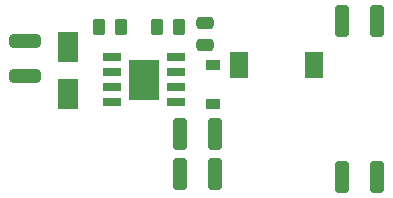
<source format=gtp>
G04 #@! TF.GenerationSoftware,KiCad,Pcbnew,(5.99.0-10682-g4bb4606811)*
G04 #@! TF.CreationDate,2021-06-09T14:52:46+02:00*
G04 #@! TF.ProjectId,xl7005-module,786c3730-3035-42d6-9d6f-64756c652e6b,rev?*
G04 #@! TF.SameCoordinates,Original*
G04 #@! TF.FileFunction,Paste,Top*
G04 #@! TF.FilePolarity,Positive*
%FSLAX46Y46*%
G04 Gerber Fmt 4.6, Leading zero omitted, Abs format (unit mm)*
G04 Created by KiCad (PCBNEW (5.99.0-10682-g4bb4606811)) date 2021-06-09 14:52:46*
%MOMM*%
%LPD*%
G01*
G04 APERTURE LIST*
G04 Aperture macros list*
%AMRoundRect*
0 Rectangle with rounded corners*
0 $1 Rounding radius*
0 $2 $3 $4 $5 $6 $7 $8 $9 X,Y pos of 4 corners*
0 Add a 4 corners polygon primitive as box body*
4,1,4,$2,$3,$4,$5,$6,$7,$8,$9,$2,$3,0*
0 Add four circle primitives for the rounded corners*
1,1,$1+$1,$2,$3*
1,1,$1+$1,$4,$5*
1,1,$1+$1,$6,$7*
1,1,$1+$1,$8,$9*
0 Add four rect primitives between the rounded corners*
20,1,$1+$1,$2,$3,$4,$5,0*
20,1,$1+$1,$4,$5,$6,$7,0*
20,1,$1+$1,$6,$7,$8,$9,0*
20,1,$1+$1,$8,$9,$2,$3,0*%
G04 Aperture macros list end*
%ADD10R,1.525000X0.700000*%
%ADD11R,2.513000X3.402000*%
%ADD12RoundRect,0.250000X-0.325000X-1.100000X0.325000X-1.100000X0.325000X1.100000X-0.325000X1.100000X0*%
%ADD13RoundRect,0.250000X0.262500X0.450000X-0.262500X0.450000X-0.262500X-0.450000X0.262500X-0.450000X0*%
%ADD14R,1.500000X2.200000*%
%ADD15R,1.200000X0.900000*%
%ADD16RoundRect,0.250000X-1.075000X0.312500X-1.075000X-0.312500X1.075000X-0.312500X1.075000X0.312500X0*%
%ADD17R,1.800000X2.500000*%
%ADD18RoundRect,0.250000X-0.475000X0.250000X-0.475000X-0.250000X0.475000X-0.250000X0.475000X0.250000X0*%
G04 APERTURE END LIST*
D10*
X151062000Y-68205000D03*
X151062000Y-66935000D03*
X151062000Y-65665000D03*
X151062000Y-64395000D03*
X145638000Y-64395000D03*
X145638000Y-65665000D03*
X145638000Y-66935000D03*
X145638000Y-68205000D03*
D11*
X148350000Y-66300000D03*
D12*
X151425000Y-70900000D03*
X154375000Y-70900000D03*
X151425000Y-74300000D03*
X154375000Y-74300000D03*
D13*
X151312500Y-61800000D03*
X149487500Y-61800000D03*
D14*
X162800000Y-65000000D03*
X156400000Y-65000000D03*
D15*
X154200000Y-65050000D03*
X154200000Y-68350000D03*
D16*
X138300000Y-63037500D03*
X138300000Y-65962500D03*
D12*
X168075000Y-74550000D03*
X165125000Y-74550000D03*
D17*
X141900000Y-67500000D03*
X141900000Y-63500000D03*
D13*
X146412500Y-61800000D03*
X144587500Y-61800000D03*
D18*
X153500000Y-61450000D03*
X153500000Y-63350000D03*
D12*
X165175000Y-61300000D03*
X168125000Y-61300000D03*
M02*

</source>
